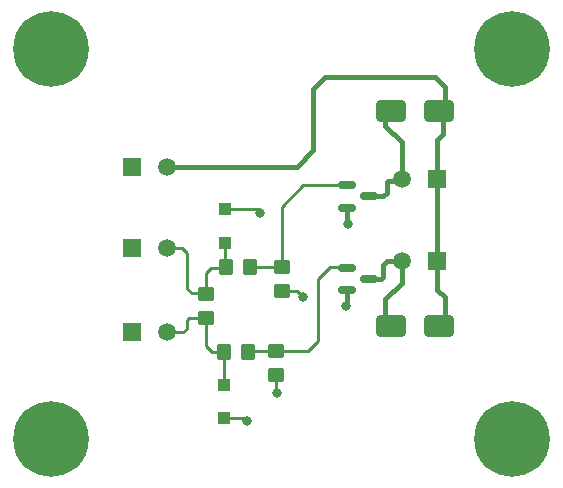
<source format=gbr>
%TF.GenerationSoftware,KiCad,Pcbnew,7.0.1*%
%TF.CreationDate,2023-05-02T18:28:53-06:00*%
%TF.ProjectId,contactor_controller,636f6e74-6163-4746-9f72-5f636f6e7472,rev?*%
%TF.SameCoordinates,Original*%
%TF.FileFunction,Copper,L1,Top*%
%TF.FilePolarity,Positive*%
%FSLAX46Y46*%
G04 Gerber Fmt 4.6, Leading zero omitted, Abs format (unit mm)*
G04 Created by KiCad (PCBNEW 7.0.1) date 2023-05-02 18:28:53*
%MOMM*%
%LPD*%
G01*
G04 APERTURE LIST*
G04 Aperture macros list*
%AMRoundRect*
0 Rectangle with rounded corners*
0 $1 Rounding radius*
0 $2 $3 $4 $5 $6 $7 $8 $9 X,Y pos of 4 corners*
0 Add a 4 corners polygon primitive as box body*
4,1,4,$2,$3,$4,$5,$6,$7,$8,$9,$2,$3,0*
0 Add four circle primitives for the rounded corners*
1,1,$1+$1,$2,$3*
1,1,$1+$1,$4,$5*
1,1,$1+$1,$6,$7*
1,1,$1+$1,$8,$9*
0 Add four rect primitives between the rounded corners*
20,1,$1+$1,$2,$3,$4,$5,0*
20,1,$1+$1,$4,$5,$6,$7,0*
20,1,$1+$1,$6,$7,$8,$9,0*
20,1,$1+$1,$8,$9,$2,$3,0*%
G04 Aperture macros list end*
%TA.AperFunction,SMDPad,CuDef*%
%ADD10RoundRect,0.250000X-0.300000X0.300000X-0.300000X-0.300000X0.300000X-0.300000X0.300000X0.300000X0*%
%TD*%
%TA.AperFunction,SMDPad,CuDef*%
%ADD11RoundRect,0.250000X0.300000X-0.300000X0.300000X0.300000X-0.300000X0.300000X-0.300000X-0.300000X0*%
%TD*%
%TA.AperFunction,SMDPad,CuDef*%
%ADD12RoundRect,0.250000X0.450000X-0.350000X0.450000X0.350000X-0.450000X0.350000X-0.450000X-0.350000X0*%
%TD*%
%TA.AperFunction,SMDPad,CuDef*%
%ADD13RoundRect,0.250000X1.000000X0.650000X-1.000000X0.650000X-1.000000X-0.650000X1.000000X-0.650000X0*%
%TD*%
%TA.AperFunction,ComponentPad*%
%ADD14R,1.520000X1.520000*%
%TD*%
%TA.AperFunction,ComponentPad*%
%ADD15C,1.520000*%
%TD*%
%TA.AperFunction,SMDPad,CuDef*%
%ADD16RoundRect,0.150000X-0.587500X-0.150000X0.587500X-0.150000X0.587500X0.150000X-0.587500X0.150000X0*%
%TD*%
%TA.AperFunction,ComponentPad*%
%ADD17C,0.800000*%
%TD*%
%TA.AperFunction,ComponentPad*%
%ADD18C,6.400000*%
%TD*%
%TA.AperFunction,SMDPad,CuDef*%
%ADD19RoundRect,0.250000X-0.450000X0.350000X-0.450000X-0.350000X0.450000X-0.350000X0.450000X0.350000X0*%
%TD*%
%TA.AperFunction,SMDPad,CuDef*%
%ADD20RoundRect,0.250000X-0.350000X-0.450000X0.350000X-0.450000X0.350000X0.450000X-0.350000X0.450000X0*%
%TD*%
%TA.AperFunction,ViaPad*%
%ADD21C,0.800000*%
%TD*%
%TA.AperFunction,Conductor*%
%ADD22C,0.250000*%
%TD*%
%TA.AperFunction,Conductor*%
%ADD23C,0.400000*%
%TD*%
G04 APERTURE END LIST*
D10*
%TO.P,D4,1,K*%
%TO.N,Net-(D4-K)*%
X129300000Y-111000000D03*
%TO.P,D4,2,A*%
%TO.N,GND*%
X129300000Y-113800000D03*
%TD*%
D11*
%TO.P,D3,1,K*%
%TO.N,Net-(D3-K)*%
X129400000Y-98900000D03*
%TO.P,D3,2,A*%
%TO.N,GND*%
X129400000Y-96100000D03*
%TD*%
D12*
%TO.P,R5,1*%
%TO.N,Net-(D4-K)*%
X127800000Y-105300000D03*
%TO.P,R5,2*%
%TO.N,Net-(D3-K)*%
X127800000Y-103300000D03*
%TD*%
D13*
%TO.P,D2,1,K*%
%TO.N,Net-(D1-K)*%
X147500000Y-87800000D03*
%TO.P,D2,2,A*%
%TO.N,Net-(D2-A)*%
X143500000Y-87800000D03*
%TD*%
D14*
%TO.P,J3,1,Pin_1*%
%TO.N,Net-(D1-K)*%
X147400000Y-100500000D03*
D15*
%TO.P,J3,2,Pin_2*%
%TO.N,Net-(D1-A)*%
X144400000Y-100500000D03*
%TD*%
D14*
%TO.P,J4,1,Pin_1*%
%TO.N,Net-(D1-K)*%
X147400000Y-93500000D03*
D15*
%TO.P,J4,2,Pin_2*%
%TO.N,Net-(D2-A)*%
X144400000Y-93500000D03*
%TD*%
D16*
%TO.P,Q1,1,G*%
%TO.N,Net-(Q1-G)*%
X139725000Y-94050000D03*
%TO.P,Q1,2,S*%
%TO.N,GND*%
X139725000Y-95950000D03*
%TO.P,Q1,3,D*%
%TO.N,Net-(D2-A)*%
X141600000Y-95000000D03*
%TD*%
D14*
%TO.P,J6,1,Pin_1*%
%TO.N,GND*%
X121500000Y-99400000D03*
D15*
%TO.P,J6,2,Pin_2*%
%TO.N,Net-(D3-K)*%
X124500000Y-99400000D03*
%TD*%
D17*
%TO.P,H4,1,1*%
%TO.N,GND*%
X151300000Y-115500000D03*
X152002944Y-113802944D03*
X152002944Y-117197056D03*
X153700000Y-113100000D03*
D18*
X153700000Y-115500000D03*
D17*
X153700000Y-117900000D03*
X155397056Y-113802944D03*
X155397056Y-117197056D03*
X156100000Y-115500000D03*
%TD*%
D19*
%TO.P,R3,1*%
%TO.N,Net-(Q2-G)*%
X133750000Y-108100000D03*
%TO.P,R3,2*%
%TO.N,GND*%
X133750000Y-110100000D03*
%TD*%
D16*
%TO.P,Q2,1,G*%
%TO.N,Net-(Q2-G)*%
X139725000Y-101050000D03*
%TO.P,Q2,2,S*%
%TO.N,GND*%
X139725000Y-102950000D03*
%TO.P,Q2,3,D*%
%TO.N,Net-(D1-A)*%
X141600000Y-102000000D03*
%TD*%
D19*
%TO.P,R4,1*%
%TO.N,Net-(Q1-G)*%
X134200000Y-101000000D03*
%TO.P,R4,2*%
%TO.N,GND*%
X134200000Y-103000000D03*
%TD*%
D17*
%TO.P,H2,1,1*%
%TO.N,GND*%
X112300000Y-115500000D03*
X113002944Y-113802944D03*
X113002944Y-117197056D03*
X114700000Y-113100000D03*
D18*
X114700000Y-115500000D03*
D17*
X114700000Y-117900000D03*
X116397056Y-113802944D03*
X116397056Y-117197056D03*
X117100000Y-115500000D03*
%TD*%
%TO.P,H3,1,1*%
%TO.N,GND*%
X151300000Y-82500000D03*
X152002944Y-80802944D03*
X152002944Y-84197056D03*
X153700000Y-80100000D03*
D18*
X153700000Y-82500000D03*
D17*
X153700000Y-84900000D03*
X155397056Y-80802944D03*
X155397056Y-84197056D03*
X156100000Y-82500000D03*
%TD*%
D20*
%TO.P,R2,1*%
%TO.N,Net-(D4-K)*%
X129350000Y-108200000D03*
%TO.P,R2,2*%
%TO.N,Net-(Q2-G)*%
X131350000Y-108200000D03*
%TD*%
%TO.P,R1,1*%
%TO.N,Net-(D3-K)*%
X129500000Y-101000000D03*
%TO.P,R1,2*%
%TO.N,Net-(Q1-G)*%
X131500000Y-101000000D03*
%TD*%
D13*
%TO.P,D1,1,K*%
%TO.N,Net-(D1-K)*%
X147500000Y-106000000D03*
%TO.P,D1,2,A*%
%TO.N,Net-(D1-A)*%
X143500000Y-106000000D03*
%TD*%
D14*
%TO.P,J5,1,Pin_1*%
%TO.N,GND*%
X121500000Y-106500000D03*
D15*
%TO.P,J5,2,Pin_2*%
%TO.N,Net-(D4-K)*%
X124500000Y-106500000D03*
%TD*%
D14*
%TO.P,J1,1,Pin_1*%
%TO.N,GND*%
X121510000Y-92500000D03*
D15*
%TO.P,J1,2,Pin_2*%
%TO.N,Net-(D1-K)*%
X124510000Y-92500000D03*
%TD*%
D17*
%TO.P,H1,1,1*%
%TO.N,GND*%
X112300000Y-82500000D03*
X113002944Y-80802944D03*
X113002944Y-84197056D03*
X114700000Y-80100000D03*
D18*
X114700000Y-82500000D03*
D17*
X114700000Y-84900000D03*
X116397056Y-80802944D03*
X116397056Y-84197056D03*
X117100000Y-82500000D03*
%TD*%
D21*
%TO.N,GND*%
X139800000Y-97300000D03*
X139700000Y-104300000D03*
X136000000Y-103500000D03*
X133800000Y-111600000D03*
X132400000Y-96400000D03*
X131300000Y-114000000D03*
%TD*%
D22*
%TO.N,Net-(D4-K)*%
X129350000Y-110950000D02*
X129300000Y-111000000D01*
X129350000Y-108200000D02*
X129350000Y-110950000D01*
%TO.N,Net-(D3-K)*%
X129400000Y-100900000D02*
X129500000Y-101000000D01*
X129400000Y-98900000D02*
X129400000Y-100900000D01*
%TO.N,GND*%
X129400000Y-96100000D02*
X132100000Y-96100000D01*
X132100000Y-96100000D02*
X132400000Y-96400000D01*
X131100000Y-113800000D02*
X131300000Y-114000000D01*
X129300000Y-113800000D02*
X131100000Y-113800000D01*
D23*
%TO.N,Net-(D1-K)*%
X148000000Y-106000000D02*
X148000000Y-103500000D01*
X124510000Y-92500000D02*
X135500000Y-92500000D01*
X135500000Y-92500000D02*
X136900000Y-91100000D01*
X147900000Y-87900000D02*
X148000000Y-87800000D01*
X147900000Y-89700000D02*
X147900000Y-87900000D01*
X147400000Y-90200000D02*
X147900000Y-89700000D01*
X147400000Y-93500000D02*
X147400000Y-90200000D01*
X147200000Y-84900000D02*
X148000000Y-85700000D01*
X148000000Y-85700000D02*
X148000000Y-87800000D01*
X148000000Y-103500000D02*
X147400000Y-102900000D01*
X147400000Y-93500000D02*
X147400000Y-100500000D01*
X136900000Y-91100000D02*
X136900000Y-85900000D01*
X137900000Y-84900000D02*
X147200000Y-84900000D01*
X147400000Y-102900000D02*
X147400000Y-100500000D01*
X136900000Y-85900000D02*
X137900000Y-84900000D01*
%TO.N,Net-(D1-A)*%
X142800000Y-100800000D02*
X143100000Y-100500000D01*
X143100000Y-100500000D02*
X144400000Y-100500000D01*
X144400000Y-102300000D02*
X143000000Y-103700000D01*
X142600000Y-102000000D02*
X142800000Y-101800000D01*
X143000000Y-103700000D02*
X143000000Y-106000000D01*
X142800000Y-101800000D02*
X142800000Y-100800000D01*
X141600000Y-102000000D02*
X142600000Y-102000000D01*
X144400000Y-100500000D02*
X144400000Y-102300000D01*
%TO.N,Net-(D2-A)*%
X142800000Y-95000000D02*
X143100000Y-94700000D01*
X143000000Y-87800000D02*
X143000000Y-89000000D01*
X144400000Y-90400000D02*
X144400000Y-93500000D01*
X144200000Y-93700000D02*
X144400000Y-93500000D01*
X143100000Y-93800000D02*
X143200000Y-93700000D01*
X143100000Y-94700000D02*
X143100000Y-93800000D01*
X143000000Y-89000000D02*
X144400000Y-90400000D01*
X143200000Y-93700000D02*
X144200000Y-93700000D01*
X141600000Y-95000000D02*
X142800000Y-95000000D01*
D22*
%TO.N,Net-(D3-K)*%
X126600000Y-103200000D02*
X127700000Y-103200000D01*
X127800000Y-103300000D02*
X127800000Y-101500000D01*
X125800000Y-99400000D02*
X126200000Y-99800000D01*
X127700000Y-103200000D02*
X127800000Y-103300000D01*
X126200000Y-99800000D02*
X126200000Y-102800000D01*
X124500000Y-99400000D02*
X125800000Y-99400000D01*
X128200000Y-101100000D02*
X129400000Y-101100000D01*
X129400000Y-101100000D02*
X129500000Y-101000000D01*
X126200000Y-102800000D02*
X126600000Y-103200000D01*
X127800000Y-101500000D02*
X128200000Y-101100000D01*
D23*
%TO.N,GND*%
X139725000Y-95950000D02*
X139725000Y-97225000D01*
X139725000Y-97225000D02*
X139800000Y-97300000D01*
D22*
X133750000Y-111550000D02*
X133800000Y-111600000D01*
D23*
X139725000Y-102950000D02*
X139725000Y-104275000D01*
D22*
X133750000Y-110100000D02*
X133750000Y-111550000D01*
X135500000Y-103000000D02*
X136000000Y-103500000D01*
X134200000Y-103000000D02*
X135500000Y-103000000D01*
D23*
X139725000Y-104275000D02*
X139700000Y-104300000D01*
D22*
%TO.N,Net-(D4-K)*%
X126200000Y-105500000D02*
X126200000Y-106200000D01*
X126400000Y-105300000D02*
X127800000Y-105300000D01*
X126400000Y-105300000D02*
X126200000Y-105500000D01*
X125900000Y-106500000D02*
X124500000Y-106500000D01*
X126200000Y-106200000D02*
X125900000Y-106500000D01*
X127800000Y-105300000D02*
X127800000Y-107700000D01*
X127800000Y-107700000D02*
X128300000Y-108200000D01*
X128300000Y-108200000D02*
X129350000Y-108200000D01*
%TO.N,Net-(Q1-G)*%
X131500000Y-101000000D02*
X134200000Y-101000000D01*
X139725000Y-94050000D02*
X136050000Y-94050000D01*
X134200000Y-95900000D02*
X134200000Y-101000000D01*
X136050000Y-94050000D02*
X134200000Y-95900000D01*
%TO.N,Net-(Q2-G)*%
X137300000Y-102000000D02*
X138300000Y-101000000D01*
X139675000Y-101000000D02*
X139725000Y-101050000D01*
X137300000Y-107200000D02*
X137300000Y-102000000D01*
X133750000Y-108100000D02*
X131450000Y-108100000D01*
X136400000Y-108100000D02*
X137300000Y-107200000D01*
X138300000Y-101000000D02*
X139675000Y-101000000D01*
X131450000Y-108100000D02*
X131350000Y-108200000D01*
X133750000Y-108100000D02*
X136400000Y-108100000D01*
%TD*%
M02*

</source>
